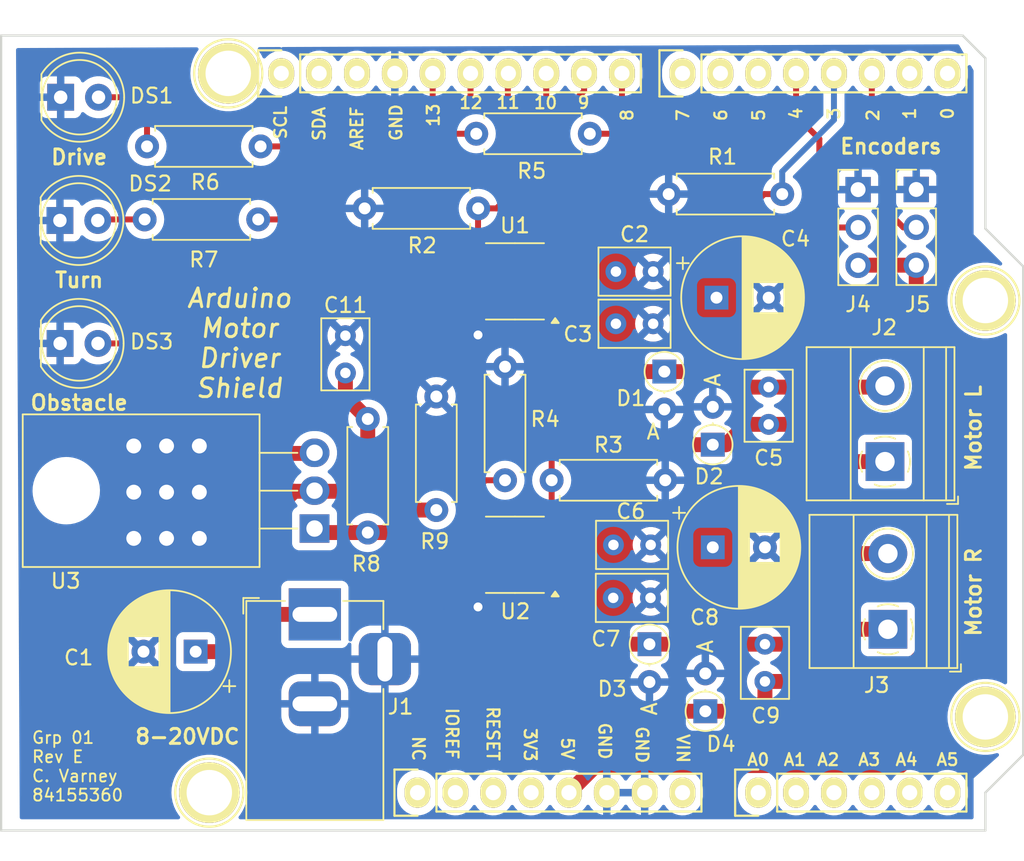
<source format=kicad_pcb>
(kicad_pcb (version 20221018) (generator pcbnew)
  (title_block (title "Arduino Dual Motor Driver Shield") (date "2024-04-18") (rev "D") (company "Connor Varney - 84155360"))
  (layers (0 "F.Cu" signal) (31 "B.Cu" signal) (34 "B.Paste" user) (35 "F.Paste" user) (36 "B.SilkS" user "B.Silkscreen") (37 "F.SilkS" user "F.Silkscreen") (38 "B.Mask" user) (39 "F.Mask" user) (44 "Edge.Cuts" user))
  (net 0 "")
  (net 1 "GND")
  (net 7 "/IOREF")
  (net 8 "/Reset")
  (net 9 "+3.3V")
  (net 10 "+5V")
  (net 11 "/Vin")
  (net 12 "VDD")
  (net 13 "MOTOR-L1")
  (net 14 "MOTOR-L2")
  (net 15 "MOTOR-R1")
  (net 16 "/AREF")
  (net 17 "MOTOR-R2")
  (net 18 "/A5")
  (net 19 "/SCL")
  (net 20 "/SDA")
  (net 21 "/1")
  (net 22 "D11")
  (net 23 "D10")
  (net 24 "D9")
  (net 25 "D3")
  (net 26 "D8")
  (net 27 "/A0")
  (net 28 "/A1")
  (net 29 "/A2")
  (net 30 "/A3")
  (net 31 "/A4")
  (net 32 "Net-(DS1-A)")
  (net 33 "Net-(DS2-A)")
  (net 34 "Net-(DS3-A)")
  (net 35 "D13")
  (net 36 "D12")
  (net 37 "/7")
  (net 38 "D4")
  (net 39 "PWR_IN")
  (net 40 "/5")
  (net 41 "/0")
  (net 42 "D2")
  (net 43 "/6")
  (net 44 "Net-(U3-ADJ)")
  (footprint "Socket_Arduino_Uno:Socket_Strip_Arduino_1x08" (layer "F.Cu") (at 138.938 123.825)
    (fp_text reference "P1" hide)
    (fp_text value "Power")
    (pad "1" thru_hole oval locked (at 0 0) (size 1.7272 2.032) (drill 1.016) (layers "*.Cu" "*.Mask" "F.SilkS"))
    (pad "2" thru_hole oval locked (at 2.54 0) (size 1.7272 2.032) (drill 1.016) (layers "*.Cu" "*.Mask" "F.SilkS") (net 7 "/IOREF"))
    (pad "3" thru_hole oval locked (at 5.08 0) (size 1.7272 2.032) (drill 1.016) (layers "*.Cu" "*.Mask" "F.SilkS") (net 8 "/Reset"))
    (pad "4" thru_hole oval locked (at 7.62 0) (size 1.7272 2.032) (drill 1.016) (layers "*.Cu" "*.Mask" "F.SilkS") (net 9 "+3.3V"))
    (pad "5" thru_hole oval locked (at 10.16 0) (size 1.7272 2.032) (drill 1.016) (layers "*.Cu" "*.Mask" "F.SilkS") (net 10 "+5V"))
    (pad "6" thru_hole oval locked (at 12.7 0) (size 1.7272 2.032) (drill 1.016) (layers "*.Cu" "*.Mask" "F.SilkS") (net 1 "GND"))
    (pad "7" thru_hole oval locked (at 15.24 0) (size 1.7272 2.032) (drill 1.016) (layers "*.Cu" "*.Mask" "F.SilkS") (net 1 "GND"))
    (pad "8" thru_hole oval locked (at 17.78 0) (size 1.7272 2.032) (drill 1.016) (layers "*.Cu" "*.Mask" "F.SilkS") (net 11 "/Vin"))
  )
  (footprint "Socket_Arduino_Uno:Socket_Strip_Arduino_1x08" (layer "F.Cu") (at 156.718 75.565)
    (fp_text reference "P4" hide)
    (fp_text value "Digital")
    (pad "1" thru_hole oval locked (at 0 0) (size 1.7272 2.032) (drill 1.016) (layers "*.Cu" "*.Mask" "F.SilkS") (net 37 "/7"))
    (pad "2" thru_hole oval locked (at 2.54 0) (size 1.7272 2.032) (drill 1.016) (layers "*.Cu" "*.Mask" "F.SilkS") (net 43 "/6"))
    (pad "3" thru_hole oval locked (at 5.08 0) (size 1.7272 2.032) (drill 1.016) (layers "*.Cu" "*.Mask" "F.SilkS") (net 40 "/5"))
    (pad "4" thru_hole oval locked (at 7.62 0) (size 1.7272 2.032) (drill 1.016) (layers "*.Cu" "*.Mask" "F.SilkS") (net 38 "D4"))
    (pad "5" thru_hole oval locked (at 10.16 0) (size 1.7272 2.032) (drill 1.016) (layers "*.Cu" "*.Mask" "F.SilkS") (net 25 "D3"))
    (pad "6" thru_hole oval locked (at 12.7 0) (size 1.7272 2.032) (drill 1.016) (layers "*.Cu" "*.Mask" "F.SilkS") (net 42 "D2"))
    (pad "7" thru_hole oval locked (at 15.24 0) (size 1.7272 2.032) (drill 1.016) (layers "*.Cu" "*.Mask" "F.SilkS") (net 21 "/1"))
    (pad "8" thru_hole oval locked (at 17.78 0) (size 1.7272 2.032) (drill 1.016) (layers "*.Cu" "*.Mask" "F.SilkS") (net 41 "/0"))
  )
  (footprint "Socket_Arduino_Uno:Mounting_Hole" (layer "F.Cu") (at 124.968 123.825)
    (fp_text reference "P5" hide)
    (fp_text value "CONN_01X01" hide)
    (pad "1" thru_hole circle locked (at 0 0) (size 4.064 4.064) (drill 3.048) (layers "*.Cu" "*.Mask" "F.SilkS"))
  )
  (footprint "Socket_Arduino_Uno:Mounting_Hole" (layer "F.Cu") (at 177.038 118.745)
    (fp_text reference "P6" hide)
    (fp_text value "CONN_01X01" hide)
    (pad "1" thru_hole circle locked (at 0 0) (size 4.064 4.064) (drill 3.048) (layers "*.Cu" "*.Mask" "F.SilkS"))
  )
  (footprint "Socket_Arduino_Uno:Mounting_Hole" (layer "F.Cu") (at 126.238 75.565)
    (fp_text reference "P7" hide)
    (fp_text value "CONN_01X01" hide)
    (pad "1" thru_hole circle locked (at 0 0) (size 4.064 4.064) (drill 3.048) (layers "*.Cu" "*.Mask" "F.SilkS"))
  )
  (footprint "Socket_Arduino_Uno:Mounting_Hole" (layer "F.Cu") (at 177.038 90.805)
    (fp_text reference "P8" hide)
    (fp_text value "CONN_01X01" hide)
    (pad "1" thru_hole circle locked (at 0 0) (size 4.064 4.064) (drill 3.048) (layers "*.Cu" "*.Mask" "F.SilkS"))
  )
  (footprint "Socket_Arduino_Uno:Socket_Strip_Arduino_1x06" (layer "F.Cu") (at 161.798 123.825)
    (fp_text reference "P2" hide)
    (fp_text value "Analog")
    (pad "1" thru_hole oval locked (at 0 0) (size 1.7272 2.032) (drill 1.016) (layers "*.Cu" "*.Mask" "F.SilkS") (net 27 "/A0"))
    (pad "2" thru_hole oval locked (at 2.54 0) (size 1.7272 2.032) (drill 1.016) (layers "*.Cu" "*.Mask" "F.SilkS") (net 28 "/A1"))
    (pad "3" thru_hole oval locked (at 5.08 0) (size 1.7272 2.032) (drill 1.016) (layers "*.Cu" "*.Mask" "F.SilkS") (net 29 "/A2"))
    (pad "4" thru_hole oval locked (at 7.62 0) (size 1.7272 2.032) (drill 1.016) (layers "*.Cu" "*.Mask" "F.SilkS") (net 30 "/A3"))
    (pad "5" thru_hole oval locked (at 10.16 0) (size 1.7272 2.032) (drill 1.016) (layers "*.Cu" "*.Mask" "F.SilkS") (net 31 "/A4"))
    (pad "6" thru_hole oval locked (at 12.7 0) (size 1.7272 2.032) (drill 1.016) (layers "*.Cu" "*.Mask" "F.SilkS") (net 18 "/A5"))
  )
  (footprint "Socket_Arduino_Uno:Socket_Strip_Arduino_1x10" (layer "F.Cu") (at 129.794 75.565)
    (fp_text reference "P3" hide)
    (fp_text value "Digital")
    (pad "1" thru_hole oval locked (at 0 0) (size 1.7272 2.032) (drill 1.016) (layers "*.Cu" "*.Mask" "F.SilkS") (net 19 "/SCL"))
    (pad "2" thru_hole oval locked (at 2.54 0) (size 1.7272 2.032) (drill 1.016) (layers "*.Cu" "*.Mask" "F.SilkS") (net 20 "/SDA"))
    (pad "3" thru_hole oval locked (at 5.08 0) (size 1.7272 2.032) (drill 1.016) (layers "*.Cu" "*.Mask" "F.SilkS") (net 16 "/AREF"))
    (pad "4" thru_hole oval locked (at 7.62 0) (size 1.7272 2.032) (drill 1.016) (layers "*.Cu" "*.Mask" "F.SilkS") (net 1 "GND"))
    (pad "5" thru_hole oval locked (at 10.16 0) (size 1.7272 2.032) (drill 1.016) (layers "*.Cu" "*.Mask" "F.SilkS") (net 35 "D13"))
    (pad "6" thru_hole oval locked (at 12.7 0) (size 1.7272 2.032) (drill 1.016) (layers "*.Cu" "*.Mask" "F.SilkS") (net 36 "D12"))
    (pad "7" thru_hole oval locked (at 15.24 0) (size 1.7272 2.032) (drill 1.016) (layers "*.Cu" "*.Mask" "F.SilkS") (net 22 "D11"))
    (pad "8" thru_hole oval locked (at 17.78 0) (size 1.7272 2.032) (drill 1.016) (layers "*.Cu" "*.Mask" "F.SilkS") (net 23 "D10"))
    (pad "9" thru_hole oval locked (at 20.32 0) (size 1.7272 2.032) (drill 1.016) (layers "*.Cu" "*.Mask" "F.SilkS") (net 24 "D9"))
    (pad "10" thru_hole oval locked (at 22.86 0) (size 1.7272 2.032) (drill 1.016) (layers "*.Cu" "*.Mask" "F.SilkS") (net 26 "D8"))
  )
  (footprint "Capacitor_THT:C_Rect_L4.6mm_W3.0mm_P2.50mm_MKS02_FKP02" (layer "F.Cu") (at 152.248 92.365)
    (fp_text reference "C3" (at -2.55 0.7) (layer "F.SilkS"))
    (fp_text value "100n" hide)
    (pad "1" thru_hole circle (at 0 0) (size 1.4 1.4) (drill 0.7) (layers "*.Cu" "*.Mask") (net 12 "VDD"))
    (pad "2" thru_hole circle (at 2.5 0) (size 1.4 1.4) (drill 0.7) (layers "*.Cu" "*.Mask") (net 1 "GND"))
  )
  (footprint "Capacitor_THT:CP_Radial_D8.0mm_P3.50mm" (layer "F.Cu") (at 158.998 90.615)
    (fp_text reference "C4" (at 5.3 -3.95) (layer "F.SilkS"))
    (fp_text value "10u" hide)
    (pad "1" thru_hole rect (at 0 0) (size 1.6 1.6) (drill 0.8) (layers "*.Cu" "*.Mask") (net 12 "VDD"))
    (pad "2" thru_hole circle (at 3.5 0) (size 1.6 1.6) (drill 0.8) (layers "*.Cu" "*.Mask") (net 1 "GND"))
  )
  (footprint "Connector_BarrelJack:BarrelJack_Horizontal" (layer "F.Cu") (at 132.048 111.865 90)
    (fp_text reference "J1" (at -6.2 5.75 180) (layer "F.SilkS"))
    (fp_text value "Barrel_Jack_Switch" hide)
    (pad "1" thru_hole rect (at 0 0 90) (size 3.5 3.5) (drill oval 1 3) (layers "*.Cu" "*.Mask") (net 39 "PWR_IN"))
    (pad "2" thru_hole roundrect (at -6 0 90) (size 3 3.5) (drill oval 1 3) (layers "*.Cu" "*.Mask") (net 1 "GND"))
    (pad "3" thru_hole roundrect (at -3 4.7 90) (size 3.5 3.5) (drill oval 3 1) (layers "*.Cu" "*.Mask") (net 1 "GND"))
  )
  (footprint "Resistor_THT:R_Axial_DIN0207_L6.3mm_D2.5mm_P7.62mm_Horizontal" (layer "F.Cu") (at 163.408 83.665 180)
    (fp_text reference "R1" hide)
    (fp_text value "10K" hide)
    (pad "1" thru_hole circle (at 0 0 180) (size 1.6 1.6) (drill 0.8) (layers "*.Cu" "*.Mask") (net 25 "D3"))
    (pad "2" thru_hole oval (at 7.62 0 180) (size 1.6 1.6) (drill 0.8) (layers "*.Cu" "*.Mask") (net 1 "GND"))
  )
  (footprint "Capacitor_THT:C_Rect_L4.6mm_W3.0mm_P2.50mm_MKS02_FKP02" (layer "F.Cu") (at 152.083385 107.202992)
    (fp_text reference "C6" (at 1.166867 -2.25) (layer "F.SilkS"))
    (fp_text value "100n" hide)
    (pad "1" thru_hole circle (at 0 0) (size 1.4 1.4) (drill 0.7) (layers "*.Cu" "*.Mask") (net 12 "VDD"))
    (pad "2" thru_hole circle (at 2.5 0) (size 1.4 1.4) (drill 0.7) (layers "*.Cu" "*.Mask") (net 1 "GND"))
  )
  (footprint "Resistor_THT:R_Axial_DIN0207_L6.3mm_D2.5mm_P7.62mm_Horizontal" (layer "F.Cu") (at 140.198 97.245 -90)
    (fp_text reference "R9" (at 9.72 0.1 -180) (layer "F.SilkS"))
    (fp_text value "820" hide)
    (pad "1" thru_hole circle (at 0 0 270) (size 1.6 1.6) (drill 0.8) (layers "*.Cu" "*.Mask") (net 1 "GND"))
    (pad "2" thru_hole oval (at 7.62 0 270) (size 1.6 1.6) (drill 0.8) (layers "*.Cu" "*.Mask") (net 44 "Net-(U3-ADJ)"))
  )
  (footprint "Diode_THT:D_DO-35_SOD27_P2.54mm_Vertical_AnodeUp" (layer "F.Cu") (at 158.248 118.365 90)
    (fp_text reference "D4" (at -2.2 1.05 180) (layer "F.SilkS"))
    (fp_text value "SR240" hide)
    (fp_text user "A" (at 4.34 0 90) (layer "F.SilkS"))
    (pad "1" thru_hole rect (at 0 0 90) (size 1.6 1.6) (drill 0.8) (layers "*.Cu" "*.Mask") (net 17 "MOTOR-R2"))
    (pad "2" thru_hole oval (at 2.54 0 90) (size 1.6 1.6) (drill 0.8) (layers "*.Cu" "*.Mask") (net 1 "GND"))
  )
  (footprint "Capacitor_THT:C_Rect_L4.6mm_W3.0mm_P2.50mm_MKS02_FKP02" (layer "F.Cu") (at 134.098 95.665 90)
    (fp_text reference "C11" (at 4.55 0 180) (layer "F.SilkS"))
    (fp_text value "100n" hide)
    (pad "1" thru_hole circle (at 0 0 90) (size 1.4 1.4) (drill 0.7) (layers "*.Cu" "*.Mask") (net 12 "VDD"))
    (pad "2" thru_hole circle (at 2.5 0 90) (size 1.4 1.4) (drill 0.7) (layers "*.Cu" "*.Mask") (net 1 "GND"))
  )
  (footprint "Resistor_THT:R_Axial_DIN0207_L6.3mm_D2.5mm_P7.62mm_Horizontal" (layer "F.Cu") (at 135.598 106.375 90)
    (fp_text reference "R8" (at -2.1 -0.1 180) (layer "F.SilkS"))
    (fp_text value "270" hide)
    (pad "1" thru_hole circle (at 0 0 90) (size 1.6 1.6) (drill 0.8) (layers "*.Cu" "*.Mask") (net 44 "Net-(U3-ADJ)"))
    (pad "2" thru_hole oval (at 7.62 0 90) (size 1.6 1.6) (drill 0.8) (layers "*.Cu" "*.Mask") (net 12 "VDD"))
  )
  (footprint "Capacitor_THT:C_Rect_L4.6mm_W3.0mm_P2.50mm_MKS02_FKP02" (layer "F.Cu") (at 152.069306 110.758764)
    (fp_text reference "C7" (at -0.5 2.75 180) (layer "F.SilkS"))
    (fp_text value "100n" hide)
    (pad "1" thru_hole circle (at 0 0) (size 1.4 1.4) (drill 0.7) (layers "*.Cu" "*.Mask") (net 12 "VDD"))
    (pad "2" thru_hole circle (at 2.5 0) (size 1.4 1.4) (drill 0.7) (layers "*.Cu" "*.Mask") (net 1 "GND"))
  )
  (footprint "TerminalBlock_Phoenix:TerminalBlock_Phoenix_MKDS-1,5-2-5.08_1x02_P5.08mm_Horizontal" (layer "F.Cu") (at 170.498 112.865 90)
    (fp_text reference "J3" (at -3.75 -0.75 180) (layer "F.SilkS"))
    (fp_text value "MOTOR-R" hide)
    (pad "1" thru_hole rect (at 0 0 90) (size 2.6 2.6) (drill 1.3) (layers "*.Cu" "*.Mask") (net 17 "MOTOR-R2"))
    (pad "2" thru_hole circle (at 5.08 0 90) (size 2.6 2.6) (drill 1.3) (layers "*.Cu" "*.Mask") (net 15 "MOTOR-R1"))
  )
  (footprint "Capacitor_THT:C_Rect_L4.6mm_W3.0mm_P2.50mm_MKS02_FKP02" (layer "F.Cu") (at 162.248 113.865 -90)
    (fp_text reference "C9" (at 4.8 -0.05 -180) (layer "F.SilkS"))
    (fp_text value "100n" hide)
    (pad "1" thru_hole circle (at 0 0 270) (size 1.4 1.4) (drill 0.7) (layers "*.Cu" "*.Mask") (net 15 "MOTOR-R1"))
    (pad "2" thru_hole circle (at 2.5 0 270) (size 1.4 1.4) (drill 0.7) (layers "*.Cu" "*.Mask") (net 17 "MOTOR-R2"))
  )
  (footprint "Connector_PinHeader_2.54mm:PinHeader_1x03_P2.54mm_Vertical" (layer "F.Cu") (at 172.398 83.355)
    (fp_text reference "J5" (at 0.1 7.71 180) (layer "F.SilkS"))
    (fp_text value "ENCODER-L" hide)
    (pad "1" thru_hole rect (at 0 0) (size 1.7 1.7) (drill 1) (layers "*.Cu" "*.Mask") (net 1 "GND"))
    (pad "2" thru_hole oval (at 0 2.54) (size 1.7 1.7) (drill 1) (layers "*.Cu" "*.Mask") (net 42 "D2"))
    (pad "3" thru_hole oval (at 0 5.08) (size 1.7 1.7) (drill 1) (layers "*.Cu" "*.Mask") (net 10 "+5V"))
  )
  (footprint "Connector_PinHeader_2.54mm:PinHeader_1x03_P2.54mm_Vertical" (layer "F.Cu") (at 168.498 83.365)
    (fp_text reference "J4" (at 0 7.7 180) (layer "F.SilkS"))
    (fp_text value "ENCODER-R" hide)
    (pad "1" thru_hole rect (at 0 0) (size 1.7 1.7) (drill 1) (layers "*.Cu" "*.Mask") (net 1 "GND"))
    (pad "2" thru_hole oval (at 0 2.54) (size 1.7 1.7) (drill 1) (layers "*.Cu" "*.Mask") (net 38 "D4"))
    (pad "3" thru_hole oval (at 0 5.08) (size 1.7 1.7) (drill 1) (layers "*.Cu" "*.Mask") (net 10 "+5V"))
  )
  (footprint "LED_THT:LED_D5.0mm" (layer "F.Cu") (at 114.943 85.435)
    (fp_text reference "DS2" (at 6.055 -2.47) (layer "F.SilkS"))
    (fp_text value "LED_TURN" hide)
    (pad "1" thru_hole rect (at 0 0) (size 1.8 1.8) (drill 0.9) (layers "*.Cu" "*.Mask") (net 1 "GND"))
    (pad "2" thru_hole circle (at 2.54 0) (size 1.8 1.8) (drill 0.9) (layers "*.Cu" "*.Mask") (net 33 "Net-(DS2-A)"))
  )
  (footprint "Capacitor_THT:C_Rect_L4.6mm_W3.0mm_P2.50mm_MKS02_FKP02" (layer "F.Cu") (at 152.248 88.865)
    (fp_text reference "C2" (at 1.25 -2.5) (layer "F.SilkS"))
    (fp_text value "100n" hide)
    (pad "1" thru_hole circle (at 0 0) (size 1.4 1.4) (drill 0.7) (layers "*.Cu" "*.Mask") (net 12 "VDD"))
    (pad "2" thru_hole circle (at 2.5 0) (size 1.4 1.4) (drill 0.7) (layers "*.Cu" "*.Mask") (net 1 "GND"))
  )
  (footprint "TerminalBlock_Phoenix:TerminalBlock_Phoenix_MKDS-1,5-2-5.08_1x02_P5.08mm_Horizontal" (layer "F.Cu") (at 170.303 101.615 90)
    (fp_text reference "J2" (at 9 -0.055 180) (layer "F.SilkS"))
    (fp_text value "MOTOR-L" hide)
    (pad "1" thru_hole rect (at 0 0 90) (size 2.6 2.6) (drill 1.3) (layers "*.Cu" "*.Mask") (net 14 "MOTOR-L2"))
    (pad "2" thru_hole circle (at 5.08 0 90) (size 2.6 2.6) (drill 1.3) (layers "*.Cu" "*.Mask") (net 13 "MOTOR-L1"))
  )
  (footprint "Resistor_THT:R_Axial_DIN0207_L6.3mm_D2.5mm_P7.62mm_Horizontal" (layer "F.Cu") (at 144.808 102.865 90)
    (fp_text reference "R4" (at 4.1 2.69 180) (layer "F.SilkS"))
    (fp_text value "10K" hide)
    (pad "1" thru_hole circle (at 0 0 90) (size 1.6 1.6) (drill 0.8) (layers "*.Cu" "*.Mask") (net 22 "D11"))
    (pad "2" thru_hole oval (at 7.62 0 90) (size 1.6 1.6) (drill 0.8) (layers "*.Cu" "*.Mask") (net 1 "GND"))
  )
  (footprint "Resistor_THT:R_Axial_DIN0207_L6.3mm_D2.5mm_P7.62mm_Horizontal" (layer "F.Cu") (at 128.248 85.365 180)
    (fp_text reference "R7" (at 3.65 -2.7) (layer "F.SilkS"))
    (fp_text value "330" hide)
    (pad "1" thru_hole circle (at 0 0 180) (size 1.6 1.6) (drill 0.8) (layers "*.Cu" "*.Mask") (net 36 "D12"))
    (pad "2" thru_hole oval (at 7.62 0 180) (size 1.6 1.6) (drill 0.8) (layers "*.Cu" "*.Mask") (net 33 "Net-(DS2-A)"))
  )
  (footprint "LED_THT:LED_D5.0mm" (layer "F.Cu") (at 114.958 93.685)
    (fp_text reference "DS3" (at 6.14 -0.12) (layer "F.SilkS"))
    (fp_text value "LED_OBSTACLE" hide)
    (pad "1" thru_hole rect (at 0 0) (size 1.8 1.8) (drill 0.9) (layers "*.Cu" "*.Mask") (net 1 "GND"))
    (pad "2" thru_hole circle (at 2.54 0) (size 1.8 1.8) (drill 0.9) (layers "*.Cu" "*.Mask") (net 34 "Net-(DS3-A)"))
  )
  (footprint "Package_SO:SOIC-8_3.9x4.9mm_P1.27mm" (layer "F.Cu") (at 145.473 107.865 180)
    (fp_text reference "U2" (at -0.025 -3.8) (layer "F.SilkS"))
    (fp_text value "ZXBM5210-S" hide)
    (pad "1" smd roundrect (at -2.475 -1.905 180) (size 1.95 0.6) (layers "F.Cu" "F.Paste" "F.Mask") (net 15 "MOTOR-R1"))
    (pad "2" smd roundrect (at -2.475 -0.635 180) (size 1.95 0.6) (layers "F.Cu" "F.Paste" "F.Mask") (net 12 "VDD"))
    (pad "3" smd roundrect (at -2.475 0.635 180) (size 1.95 0.6) (layers "F.Cu" "F.Paste" "F.Mask") (net 12 "VDD"))
    (pad "4" smd roundrect (at -2.475 1.905 180) (size 1.95 0.6) (layers "F.Cu" "F.Paste" "F.Mask") (net 23 "D10"))
    (pad "5" smd roundrect (at 2.475 1.905 180) (size 1.95 0.6) (layers "F.Cu" "F.Paste" "F.Mask") (net 22 "D11"))
    (pad "6" smd roundrect (at 2.475 0.635 180) (size 1.95 0.6) (layers "F.Cu" "F.Paste" "F.Mask") (net 12 "VDD"))
    (pad "7" smd roundrect (at 2.475 -0.635 180) (size 1.95 0.6) (layers "F.Cu" "F.Paste" "F.Mask") (net 17 "MOTOR-R2"))
    (pad "8" smd roundrect (at 2.475 -1.905 180) (size 1.95 0.6) (layers "F.Cu" "F.Paste" "F.Mask") (net 1 "GND"))
  )
  (footprint "Package_SO:SOIC-8_3.9x4.9mm_P1.27mm" (layer "F.Cu") (at 145.473 89.52 180)
    (fp_text reference "U1" (at 0 3.747) (layer "F.SilkS"))
    (fp_text value "ZXBM5210-S" hide)
    (pad "1" smd roundrect (at -2.475 -1.905 180) (size 1.95 0.6) (layers "F.Cu" "F.Paste" "F.Mask") (net 13 "MOTOR-L1"))
    (pad "2" smd roundrect (at -2.475 -0.635 180) (size 1.95 0.6) (layers "F.Cu" "F.Paste" "F.Mask") (net 12 "VDD"))
    (pad "3" smd roundrect (at -2.475 0.635 180) (size 1.95 0.6) (layers "F.Cu" "F.Paste" "F.Mask") (net 12 "VDD"))
    (pad "4" smd roundrect (at -2.475 1.905 180) (size 1.95 0.6) (layers "F.Cu" "F.Paste" "F.Mask") (net 25 "D3"))
    (pad "5" smd roundrect (at 2.475 1.905 180) (size 1.95 0.6) (layers "F.Cu" "F.Paste" "F.Mask") (net 24 "D9"))
    (pad "6" smd roundrect (at 2.475 0.635 180) (size 1.95 0.6) (layers "F.Cu" "F.Paste" "F.Mask") (net 12 "VDD"))
    (pad "7" smd roundrect (at 2.475 -0.635 180) (size 1.95 0.6) (layers "F.Cu" "F.Paste" "F.Mask") (net 14 "MOTOR-L2"))
    (pad "8" smd roundrect (at 2.475 -1.905 180) (size 1.95 0.6) (layers "F.Cu" "F.Paste" "F.Mask") (net 1 "GND"))
  )
  (footprint "Diode_THT:D_DO-35_SOD27_P2.54mm_Vertical_AnodeUp" (layer "F.Cu") (at 155.498 95.575 -90)
    (fp_text reference "D1" (at 1.79 2.25 -180) (layer "F.SilkS"))
    (fp_text value "SR240" hide)
    (fp_text user "A" (at 4.04 0.75 -180) (layer "F.SilkS"))
    (pad "1" thru_hole rect (at 0 0 270) (size 1.6 1.6) (drill 0.8) (layers "*.Cu" "*.Mask") (net 13 "MOTOR-L1"))
    (pad "2" thru_hole oval (at 2.54 0 270) (size 1.6 1.6) (drill 0.8) (layers "*.Cu" "*.Mask") (net 1 "GND"))
  )
  (footprint "Package_TO_SOT_THT:TO-220-3_Horizontal_TabDown" (layer "F.Cu") (at 132.028 106.105 90)
    (fp_text reference "U3" (at -3.52 -16.7 180) (layer "F.SilkS"))
    (fp_text value "LM338T" hide)
    (pad "" np_thru_hole oval (at 2.54 -16.66 90) (size 3.5 3.5) (drill 3.5) (layers "*.Cu" "*.Mask"))
    (pad "1" thru_hole rect (at 0 0 90) (size 1.905 2) (drill 1.1) (layers "*.Cu" "*.Mask") (net 44 "Net-(U3-ADJ)"))
    (pad "2" thru_hole oval (at 2.54 0 90) (size 1.905 2) (drill 1.1) (layers "*.Cu" "*.Mask") (net 12 "VDD"))
    (pad "3" thru_hole oval (at 5.08 0 90) (size 1.905 2) (drill 1.1) (layers "*.Cu" "*.Mask") (net 39 "PWR_IN"))
  )
  (footprint "Resistor_THT:R_Axial_DIN0207_L6.3mm_D2.5mm_P7.62mm_Horizontal" (layer "F.Cu") (at 147.938 102.865)
    (fp_text reference "R3" (at 3.81 -2.37) (layer "F.SilkS"))
    (fp_text value "10K" hide)
    (pad "1" thru_hole circle (at 0 0) (size 1.6 1.6) (drill 0.8) (layers "*.Cu" "*.Mask") (net 23 "D10"))
    (pad "2" thru_hole oval (at 7.62 0) (size 1.6 1.6) (drill 0.8) (layers "*.Cu" "*.Mask") (net 1 "GND"))
  )
  (footprint "Capacitor_THT:CP_Radial_D8.0mm_P3.50mm" (layer "F.Cu") (at 158.748 107.365)
    (fp_text reference "C8" (at -0.55 4.7) (layer "F.SilkS"))
    (fp_text value "10u" hide)
    (pad "1" thru_hole rect (at 0 0) (size 1.6 1.6) (drill 0.8) (layers "*.Cu" "*.Mask") (net 12 "VDD"))
    (pad "2" thru_hole circle (at 3.5 0) (size 1.6 1.6) (drill 0.8) (layers "*.Cu" "*.Mask") (net 1 "GND"))
  )
  (footprint "Diode_THT:D_DO-35_SOD27_P2.54mm_Vertical_AnodeUp" (layer "F.Cu") (at 154.498 113.865 -90)
    (fp_text reference "D3" (at 3 2.5 -180) (layer "F.SilkS"))
    (fp_text value "SR240" hide)
    (fp_text user "A" (at 4.34 0 90) (layer "F.SilkS"))
    (pad "1" thru_hole rect (at 0 0 270) (size 1.6 1.6) (drill 0.8) (layers "*.Cu" "*.Mask") (net 15 "MOTOR-R1"))
    (pad "2" thru_hole oval (at 2.54 0 270) (size 1.6 1.6) (drill 0.8) (layers "*.Cu" "*.Mask") (net 1 "GND"))
  )
  (footprint "Resistor_THT:R_Axial_DIN0207_L6.3mm_D2.5mm_P7.62mm_Horizontal" (layer "F.Cu") (at 143.009516 84.624217 180)
    (fp_text reference "R2" (at 3.761516 -2.490783) (layer "F.SilkS"))
    (fp_text value "10K" hide)
    (pad "1" thru_hole circle (at 0 0 180) (size 1.6 1.6) (drill 0.8) (layers "*.Cu" "*.Mask") (net 24 "D9"))
    (pad "2" thru_hole oval (at 7.62 0 180) (size 1.6 1.6) (drill 0.8) (layers "*.Cu" "*.Mask") (net 1 "GND"))
  )
  (footprint "Capacitor_THT:C_Rect_L4.6mm_W3.0mm_P2.50mm_MKS02_FKP02" (layer "F.Cu") (at 162.498 96.615 -90)
    (fp_text reference "C5" (at 4.75 0 -180) (layer "F.SilkS"))
    (fp_text value "100n" hide)
    (pad "1" thru_hole circle (at 0 0 270) (size 1.4 1.4) (drill 0.7) (layers "*.Cu" "*.Mask") (net 13 "MOTOR-L1"))
    (pad "2" thru_hole circle (at 2.5 0 270) (size 1.4 1.4) (drill 0.7) (layers "*.Cu" "*.Mask") (net 14 "MOTOR-L2"))
  )
  (footprint "Capacitor_THT:CP_Radial_D8.0mm_P3.50mm" (layer "F.Cu") (at 124.050651 114.365 180)
    (fp_text reference "C1" (at 7.852651 -0.4 180) (layer "F.SilkS"))
    (fp_text value "100u" hide)
    (pad "1" thru_hole rect (at 0 0 180) (size 1.6 1.6) (drill 0.8) (layers "*.Cu" "*.Mask") (net 39 "PWR_IN"))
    (pad "2" thru_hole circle (at 3.5 0 180) (size 1.6 1.6) (drill 0.8) (layers "*.Cu" "*.Mask") (net 1 "GND"))
  )
  (footprint "Resistor_THT:R_Axial_DIN0207_L6.3mm_D2.5mm_P7.62mm_Horizontal" (layer "F.Cu") (at 128.408 80.465 180)
    (fp_text reference "R6" (at 3.71 -2.4) (layer "F.SilkS"))
    (fp_text value "330" hide)
    (pad "1" thru_hole circle (at 0 0 180) (size 1.6 1.6) (drill 0.8) (layers "*.Cu" "*.Mask") (net 35 "D13"))
    (pad "2" thru_hole oval (at 7.62 0 180) (size 1.6 1.6) (drill 0.8) (layers "*.Cu" "*.Mask") (net 32 "Net-(DS1-A)"))
  )
  (footprint "Diode_THT:D_DO-35_SOD27_P2.54mm_Vertical_AnodeUp" (layer "F.Cu") (at 158.748 100.479315 90)
    (fp_text reference "D2" (at -2.135685 -0.25 180) (layer "F.SilkS"))
    (fp_text value "SR240" hide)
    (fp_text user "A" (at 4.34 0 90) (layer "F.SilkS"))
    (pad "1" thru_hole rect (at 0 0 90) (size 1.6 1.6) (drill 0.8) (layers "*.Cu" "*.Mask") (net 14 "MOTOR-L2"))
    (pad "2" thru_hole oval (at 2.54 0 90) (size 1.6 1.6) (drill 0.8) (layers "*.Cu" "*.Mask") (net 1 "GND"))
  )
  (footprint "Resistor_THT:R_Axial_DIN0207_L6.3mm_D2.5mm_P7.62mm_Horizontal" (layer "F.Cu") (at 150.498 79.615 180)
    (fp_text reference "R5" (at 3.9 -2.5) (layer "F.SilkS"))
    (fp_text value "330" hide)
    (pad "1" thru_hole circle (at 0 0 180) (size 1.6 1.6) (drill 0.8) (layers "*.Cu" "*.Mask") (net 26 "D8"))
    (pad "2" thru_hole oval (at 7.62 0 180) (size 1.6 1.6) (drill 0.8) (layers "*.Cu" "*.Mask") (net 34 "Net-(DS3-A)"))
  )
  (footprint "LED_THT:LED_D5.0mm" (layer "F.Cu") (at 114.993163 77.166109)
    (fp_text reference "DS1" (at 6.104837 -0.101109) (layer "F.SilkS"))
    (fp_text value "LED_DRIVE" hide)
    (pad "1" thru_hole rect (at 0 0) (size 1.8 1.8) (drill 0.9) (layers "*.Cu" "*.Mask") (net 1 "GND"))
    (pad "2" thru_hole circle (at 2.54 0) (size 1.8 1.8) (drill 0.9) (layers "*.Cu" "*.Mask") (net 32 "Net-(DS1-A)"))
  )
  (gr_line locked (start 179.578 121.285) (end 179.578 88.519) (stroke (width 0.15)) (layer "Edge.Cuts"))
  (gr_line locked (start 110.998 73.025) (end 110.998 126.365) (stroke (width 0.15)) (layer "Edge.Cuts"))
  (gr_line locked (start 177.038 126.365) (end 177.038 123.825) (stroke (width 0.15)) (layer "Edge.Cuts"))
  (gr_line locked (start 175.514 73.025) (end 110.998 73.025) (stroke (width 0.15)) (layer "Edge.Cuts"))
  (gr_line locked (start 179.578 88.519) (end 177.038 85.979) (stroke (width 0.15)) (layer "Edge.Cuts"))
  (gr_line locked (start 177.038 85.979) (end 177.038 74.549) (stroke (width 0.15)) (layer "Edge.Cuts"))
  (gr_line locked (start 110.998 126.365) (end 177.038 126.365) (stroke (width 0.15)) (layer "Edge.Cuts"))
  (gr_line locked (start 177.038 123.825) (end 179.578 121.285) (stroke (width 0.15)) (layer "Edge.Cuts"))
  (gr_line locked (start 177.038 74.549) (end 175.514 73.025) (stroke (width 0.15)) (layer "Edge.Cuts"))
  (gr_text "Arduino\nMotor\nDriver\nShield" (at 126.998 93.665) (layer "F.SilkS") (effects (font (size 1.25 1.25) (thickness 0.2) bold italic)))
  (gr_text "11" (at 145.014489 77.524156) (layer "F.SilkS") (effects (font (size 0.8 0.8))))
  (gr_text "IOREF" (at 141.248 119.865 270) (layer "F.SilkS") (effects (font (size 0.8 0.8))))
  (gr_text "Turn" (at 116.233 89.435) (layer "F.SilkS") (effects (font (size 1 1) (thickness 0.2) bold)))
  (gr_text "3" (at 166.878 78.255857 90) (layer "F.SilkS") (effects (font (size 0.8 0.8))))
  (gr_text "9" (at 150.079216 77.524156) (layer "F.SilkS") (effects (font (size 0.8 0.8))))
  (gr_text "Obstacle" (at 116.233 97.665) (layer "F.SilkS") (effects (font (size 1 1) (thickness 0.2) bold)))
  (gr_text "0" (at 174.498 78.255857 90) (layer "F.SilkS") (effects (font (size 0.8 0.8))))
  (gr_text "6" (at 159.288 78.365 90) (layer "F.SilkS") (effects (font (size 0.8 0.8))))
  (gr_text "A5" (at 174.498 121.615) (layer "F.SilkS") (effects (font (size 0.8 0.8))))
  (gr_text "Motor L" (at 176.248 99.365 90) (layer "F.SilkS") (effects (font (size 1 1) (thickness 0.2) bold)))
  (gr_text "10" (at 147.530619 77.540389) (layer "F.SilkS") (effects (font (size 0.8 0.8))))
  (gr_text "VIN" (at 156.748 120.865 270) (layer "F.SilkS") (effects (font (size 0.8 0.8))))
  (gr_text "AREF" (at 134.874 79.255857 90) (layer "F.SilkS") (effects (font (size 0.8 0.8))))
  (gr_text "Encoders" (at 170.698 80.465) (layer "F.SilkS") (effects (font (size 1 1) (thickness 0.2) bold)))
  (gr_text "RESET" (at 143.998 119.865 270) (layer "F.SilkS") (effects (font (size 0.8 0.8))))
  (gr_text "A1" (at 164.248 121.615) (layer "F.SilkS") (effects (font (size 0.8 0.8))))
  (gr_text "A0" (at 161.798 121.615) (layer "F.SilkS") (effects (font (size 0.8 0.8))))
  (gr_text "8" (at 152.998 78.365 90) (layer "F.SilkS") (effects (font (size 0.8 0.8))))
  (gr_text "1" (at 171.958 78.255857 90) (layer "F.SilkS") (effects (font (size 0.8 0.8))))
  (gr_text "2" (at 169.498 78.365 90) (layer "F.SilkS") (effects (font (size 0.8 0.8))))
  (gr_text "12" (at 142.524475 77.534328) (layer "F.SilkS") (effects (font (size 0.8 0.8))))
  (gr_text "GND" (at 137.498 78.865 90) (layer "F.SilkS") (effects (font (size 0.8 0.8))))
  (gr_text "A3" (at 169.248 121.615) (layer "F.SilkS") (effects (font (size 0.8 0.8))))
  (gr_text "A2" (at 166.498 121.615) (layer "F.SilkS") (effects (font (size 0.8 0.8))))
  (gr_text "NC" (at 138.998 120.865 270) (layer "F.SilkS") (effects (font (size 0.8 0.8))))
  (gr_text "A4" (at 171.748 121.615) (layer "F.SilkS") (effects (font (size 0.8 0.8))))
  (gr_text "SCL" (at 129.748 78.865 90) (layer "F.SilkS") (effects (font (size 0.8 0.8))))
  (gr_text "4" (at 164.338 78.255857 90) (layer "F.SilkS") (effects (font (size 0.8 0.8))))
  (gr_text "7" (at 156.748 78.365 90) (layer "F.SilkS") (effects (font (size 0.8 0.8))))
  (gr_text "Motor R" (at 176.248 110.365 90) (layer "F.SilkS") (effects (font (size 1 1) (thickness 0.2) bold)))
  (gr_text "Grp 01\nRev E\nC. Varney\n84155360" (at 112.998 124.465) (layer "F.SilkS") (effects (font (size 0.8 0.8) (thickness 0.125)) (justify left bottom)))
  (gr_text "R1" (at 159.398 81.165) (layer "F.SilkS") (effects (font (size 1 1))))
  (gr_text "Drive" (at 116.233 81.185) (layer "F.SilkS") (effects (font (size 1 1) (thickness 0.2) bold)))
  (gr_text "GND" (at 153.998 120.615 270) (layer "F.SilkS") (effects (font (size 0.8 0.8))))
  (gr_text "5V" (at 148.998 120.865 -90) (layer "F.SilkS") (effects (font (size 0.8 0.8))))
  (gr_text "GND" (at 151.498 120.365 270) (layer "F.SilkS") (effects (font (size 0.8 0.8))))
  (gr_text "SDA" (at 132.334 78.952286 90) (layer "F.SilkS") (effects (font (size 0.8 0.8))))
  (gr_text "3V3" (at 146.498 120.615 270) (layer "F.SilkS") (effects (font (size 0.8 0.8))))
  (gr_text "5" (at 161.828 78.365 90) (layer "F.SilkS") (effects (font (size 0.8 0.8))))
  (gr_text "8-20VDC" (at 123.498 120.065) (layer "F.SilkS") (effects (font (size 1 1) (thickness 0.2) bold)))
  (gr_text "13" (at 139.998 78.365 90) (layer "F.SilkS") (effects (font (size 0.8 0.8))))
  (segment (start 142.998 111.365) (end 142.998 109.8) (width 1) (layer "F.Cu") (net 1))
  (segment (start 142.998 93.115) (end 142.998 91.455) (width 1) (layer "F.Cu") (net 1))
  (via (at 119.898 103.665) (size 1.2) (drill 1) (layers "F.Cu" "B.Cu") (net 1))
  (via (at 142.998 111.365) (size 1) (drill 0.6) (layers "F.Cu" "B.Cu") (net 1))
  (via (at 119.898 106.765) (size 1.2) (drill 1) (layers "F.Cu" "B.Cu") (net 1))
  (via (at 119.898 100.565) (size 1.2) (drill 1) (layers "F.Cu" "B.Cu") (net 1))
  (via (at 122.098 106.765) (size 1.2) (drill 1) (layers "F.Cu" "B.Cu") (net 1))
  (via (at 124.298 100.565) (size 1.2) (drill 1) (layers "F.Cu" "B.Cu") (net 1))
  (via (at 122.098 100.565) (size 1.2) (drill 1) (layers "F.Cu" "B.Cu") (net 1))
  (via (at 142.998 93.115) (size 1) (drill 0.6) (layers "F.Cu" "B.Cu") (net 1))
  (via (at 124.298 103.665) (size 1.2) (drill 1) (layers "F.Cu" "B.Cu") (net 1))
  (via (at 124.298 106.765) (size 1.2) (drill 1) (layers "F.Cu" "B.Cu") (net 1))
  (via (at 122.098 103.665) (size 1.2) (drill 1) (layers "F.Cu" "B.Cu") (net 1))
  (segment (start 173.498 116.615) (end 176.498 113.615) (width 1) (layer "F.Cu") (net 10))
  (segment (start 173.498 119.865) (end 173.498 116.615) (width 1) (layer "F.Cu") (net 10))
  (segment (start 149.098 123.825) (end 150.914 122.009) (width 1) (layer "F.Cu") (net 10))
  (segment (start 168.508 88.435) (end 168.498 88.445) (width 1) (layer "F.Cu") (net 10))
  (segment (start 176.498 96.365) (end 172.398 92.265) (width 1) (layer "F.Cu") (net 10))
  (segment (start 172.398 92.265) (end 172.398 88.435) (width 1) (layer "F.Cu") (net 10))
  (segment (start 176.498 113.615) (end 176.498 96.365) (width 1) (layer "F.Cu") (net 10))
  (segment (start 172.398 88.435) (end 168.508 88.435) (width 1) (layer "F.Cu") (net 10))
  (segment (start 171.354 122.009) (end 173.498 119.865) (width 1) (layer "F.Cu") (net 10))
  (segment (start 150.914 122.009) (end 171.354 122.009) (width 1) (layer "F.Cu") (net 10))
  (segment (start 135.598 101.765) (end 135.598 98.755) (width 1) (layer "F.Cu") (net 12))
  (segment (start 174.498 106.365) (end 172.998 104.865) (width 1) (layer "F.Cu") (net 12))
  (segment (start 150.998 120.365) (end 145.498 114.865) (width 1) (layer "F.Cu") (net 12))
  (segment (start 170.248 120.365) (end 150.998 120.365) (width 1) (layer "F.Cu") (net 12))
  (segment (start 174.498 96.865) (end 170.150651 92.517651) (width 1) (layer "F.Cu") (net 12))
  (segment (start 174.498 112.865) (end 171.498 115.865) (width 1) (layer "F.Cu") (net 12))
  (segment (start 171.498 119.115) (end 170.248 120.365) (width 1) (layer "F.Cu") (net 12))
  (segment (start 134.098 97.255) (end 134.098 95.665) (width 1) (layer "F.Cu") (net 12))
  (segment (start 174.498 106.865) (end 174.498 106.365) (width 1) (layer "F.Cu") (net 12))
  (segment (start 141.498 114.865) (end 135.298 108.665) (width 1) (layer "F.Cu") (net 12))
  (segment (start 174.498 106.865) (end 174.498 112.865) (width 1) (layer "F.Cu") (net 12))
  (segment (start 145.498 114.865) (end 141.498 114.865) (width 1) (layer "F.Cu") (net 12))
  (segment (start 151.957315 107.23) (end 152.072315 107.115) (width 1) (layer "F.Cu") (net 12))
  (segment (start 159.998 104.865) (end 158.748 106.115) (width 1) (layer "F.Cu") (net 12))
  (segment (start 171.498 115.865) (end 171.498 119.115) (width 1) (layer "F.Cu") (net 12))
  (segment (start 135.598 98.755) (end 134.098 97.255) (width 1) (layer "F.Cu") (net 12))
  (segment (start 130.198 108.665) (end 129.198 107.665) (width 1) (layer "F.Cu") (net 12))
  (segment (start 135.298 108.665) (end 130.198 108.665) (width 1) (layer "F.Cu") (net 12))
  (segment (start 129.198 105.065) (end 130.658 103.605) (width 1) (layer "F.Cu") (net 12))
  (segment (start 131.998 103.605) (end 133.758 103.605) (width 1) (layer "F.Cu") (net 12))
  (segment (start 174.498 106.865) (end 174.498 96.865) (width 1) (layer "F.Cu") (net 12))
  (segment (start 129.198 107.665) (end 129.198 105.065) (width 1) (layer "F.Cu") (net 12))
  (segment (start 158.748 106.115) (end 158.748 107.365) (width 1) (layer "F.Cu") (net 12))
  (segment (start 160.498 92.517651) (end 158.998 91.017651) (width 1) (layer "F.Cu") (net 12))
  (segment (start 130.658 103.605) (end 131.998 103.605) (width 1) (layer "F.Cu") (net 12))
  (segment (start 158.998 91.017651) (end 158.998 90.615) (width 1) (layer "F.Cu") (net 12))
  (segment (start 172.998 104.865) (end 159.998 104.865) (width 1) (layer "F.Cu") (net 12))
  (segment (start 133.758 103.605) (end 135.598 101.765) (width 1) (layer "F.Cu") (net 12))
  (segment (start 170.150651 92.517651) (end 160.498 92.517651) (width 1) (layer "F.Cu") (net 12))
  (segment (start 155.498 95.575) (end 159.708 95.575) (width 1) (layer "F.Cu") (net 13))
  (segment (start 149.958 95.575) (end 155.498 95.575) (width 1) (layer "F.Cu") (net 13))
  (segment (start 160.748 96.615) (end 162.498 96.615) (width 1) (layer "F.Cu") (net 13))
  (segment (start 147.948 91.425) (end 147.948 93.565) (width 1) (layer "F.Cu") (net 13))
  (segment (start 170.223 96.615) (end 170.303 96.535) (width 1) (layer "F.Cu") (net 13))
  (segment (start 147.948 93.565) (end 149.958 95.575) (width 1) (layer "F.Cu") (net 13))
  (segment (start 159.708 95.575) (end 160.748 96.615) (width 1) (layer "F.Cu") (net 13))
  (segment (start 162.498 96.615) (end 170.223 96.615) (width 1) (layer "F.Cu") (net 13))
  (segment (start 158.748 100.479315) (end 153.362315 100.479315) (width 1) (layer "F.Cu") (net 14))
  (segment (start 159.633685 100.479315) (end 160.998 99.115) (width 1) (layer "F.Cu") (net 14))
  (segment (start 166.998 101.615) (end 170.303 101.615) (width 1) (layer "F.Cu") (net 14))
  (segment (start 153.362315 100.479315) (end 149.998 97.115) (width 1) (layer "F.Cu") (net 14))
  (segment (start 149.998 97.115) (end 143.848 97.115) (width 1) (layer "F.Cu") (net 14))
  (segment (start 160.998 99.115) (end 162.498 99.115) (width 1) (layer "F.Cu") (net 14))
  (segment (start 139.998 91.115) (end 140.958 90.155) (width 1) (layer "F.Cu") (net 14))
  (segment (start 140.958 90.155) (end 142.998 90.155) (width 1) (layer "F.Cu") (net 14))
  (segment (start 158.748 100.479315) (end 159.633685 100.479315) (width 1) (layer "F.Cu") (net 14))
  (segment (start 139.998 93.265) (end 139.998 91.115) (width 1) (layer "F.Cu") (net 14))
  (segment (start 162.498 99.115) (end 164.498 99.115) (width 1) (layer "F.Cu") (net 14))
  (segment (start 143.848 97.115) (end 139.998 93.265) (width 1) (layer "F.Cu") (net 14))
  (segment (start 164.498 99.115) (end 166.998 101.615) (width 1) (layer "F.Cu") (net 14))
  (segment (start 154.498 113.865) (end 162.248 113.865) (width 1) (layer "F.Cu") (net 15))
  (segment (start 154.498 113.865) (end 149.748 113.865) (width 1) (layer "F.Cu") (net 15))
  (segment (start 164.248 113.865) (end 165.248 112.865) (width 1) (layer "F.Cu") (net 15))
  (segment (start 147.948 112.065) (end 147.948 109.77) (width 1) (layer "F.Cu") (net 15))
  (segment (start 165.248 109.615) (end 167.078 107.785) (width 1) (layer "F.Cu") (net 15))
  (segment (start 165.248 112.865) (end 165.248 109.615) (width 1) (layer "F.Cu") (net 15))
  (segment (start 149.748 113.865) (end 147.948 112.065) (width 1) (layer "F.Cu") (net 15))
  (segment (start 167.078 107.785) (end 170.498 107.785) (width 1) (layer "F.Cu") (net 15))
  (segment (start 162.248 113.865) (end 164.248 113.865) (width 1) (layer "F.Cu") (net 15))
  (segment (start 170.498 112.865) (end 167.248 112.865) (width 1) (layer "F.Cu") (net 17))
  (segment (start 161.498 118.365) (end 162.248 117.615) (width 1) (layer "F.Cu") (net 17))
  (segment (start 162.248 116.365) (end 163.748 116.365) (width 1) (layer "F.Cu") (net 17))
  (segment (start 142.998 108.5) (end 141.613 108.5) (width 1) (layer "F.Cu") (net 17))
  (segment (start 141.613 108.5) (end 140.748 109.365) (width 1) (layer "F.Cu") (net 17))
  (segment (start 140.748 111.615) (end 142.248 113.115) (width 1) (layer "F.Cu") (net 17))
  (segment (start 146.748 113.115) (end 151.998 118.365) (width 1) (layer "F.Cu") (net 17))
  (segment (start 162.248 117.615) (end 162.248 116.365) (width 1) (layer "F.Cu") (net 17))
  (segment (start 158.248 118.365) (end 161.498 118.365) (width 1) (layer "F.Cu") (net 17))
  (segment (start 163.748 116.365) (end 167.248 112.865) (width 1) (layer "F.Cu") (net 17))
  (segment (start 140.748 109.365) (end 140.748 111.615) (width 1) (layer "F.Cu") (net 17))
  (segment (start 151.998 118.365) (end 158.248 118.365) (width 1) (layer "F.Cu") (net 17))
  (segment (start 142.248 113.115) (end 146.748 113.115) (width 1) (layer "F.Cu") (net 17))
  (segment (start 142.998 103.615) (end 142.998 101.615) (width 0.4) (layer "F.Cu") (net 22))
  (segment (start 142.998 105.96) (end 142.998 103.615) (width 0.4) (layer "F.Cu") (net 22))
  (segment (start 141.998 100.615) (end 139.748 100.615) (width 0.4) (layer "F.Cu") (net 22))
  (segment (start 142.998 103.365) (end 143.498 102.865) (width 0.4) (layer "F.Cu") (net 22))
  (segment (start 143.548 81.815) (end 144.998 80.365) (width 0.4) (layer "F.Cu") (net 22))
  (segment (start 143.498 102.865) (end 144.808 102.865) (width 0.4) (layer "F.Cu") (net 22))
  (segment (start 142.998 103.615) (end 142.998 103.365) (width 0.4) (layer "F.Cu") (net 22))
  (segment (start 139.748 100.615) (end 137.298 98.165) (width 0.4) (layer "F.Cu") (net 22))
  (segment (start 137.298 98.165) (end 137.298 83.815) (width 0.4) (layer "F.Cu") (net 22))
  (segment (start 137.298 83.815) (end 139.298 81.815) (width 0.4) (layer "F.Cu") (net 22))
  (segment (start 144.998 75.601) (end 145.034 75.565) (width 0.4) (layer "F.Cu") (net 22))
  (segment (start 144.998 80.365) (end 144.998 75.601) (width 0.4) (layer "F.Cu") (net 22))
  (segment (start 142.998 101.615) (end 141.998 100.615) (width 0.4) (layer "F.Cu") (net 22))
  (segment (start 139.298 81.815) (end 143.548 81.815) (width 0.4) (layer "F.Cu") (net 22))
  (segment (start 138.248 97.865) (end 138.248 84.865) (width 0.4) (layer "F.Cu") (net 23))
  (segment (start 140.248 82.865) (end 143.998 82.865) (width 0.4) (layer "F.Cu") (net 23))
  (segment (start 138.248 84.865) (end 140.248 82.865) (width 0.4) (layer "F.Cu") (net 23))
  (segment (start 146.498 99.615) (end 139.998 99.615) (width 0.4) (layer "F.Cu") (net 23))
  (segment (start 147.938 102.865) (end 147.938 101.055) (width 0.4) (layer "F.Cu") (net 23))
  (segment (start 147.574 79.289) (end 147.574 75.565) (width 0.4) (layer "F.Cu") (net 23))
  (segment (start 139.998 99.615) (end 138.248 97.865) (width 0.4) (layer "F.Cu") (net 23))
  (segment (start 143.998 82.865) (end 147.574 79.289) (width 0.4) (layer "F.Cu") (net 23))
  (segment (start 147.938 101.055) (end 146.498 99.615) (width 0.4) (layer "F.Cu") (net 23))
  (segment (start 147.938 105.95) (end 147.948 105.96) (width 0.4) (layer "F.Cu") (net 23))
  (segment (start 147.938 102.865) (end 147.938 105.95) (width 0.4) (layer "F.Cu") (net 23))
  (segment (start 150.114 75.565) (end 150.114 76.749) (width 0.4) (layer "F.Cu") (net 24))
  (segment (start 150.114 76.749) (end 148.748 78.115) (width 0.4) (layer "F.Cu") (net 24))
  (segment (start 148.748 79.365) (end 144.748 83.365) (width 0.4) (layer "F.Cu") (net 24))
  (segment (start 144.748 84.115) (end 144.238783 84.624217) (width 0.4) (layer "F.Cu") (net 24))
  (segment (start 144.748 83.365) (end 144.748 84.115) (width 0.4) (layer "F.Cu") (net 24))
  (segment (start 148.748 78.115) (end 148.748 79.365) (width 0.4) (layer "F.Cu") (net 24))
  (segment (start 142.998 84.635733) (end 143.009516 84.624217) (width 0.4) (layer "F.Cu") (net 24))
  (segment (start 144.238783 84.624217) (end 143.009516 84.624217) (width 0.4) (layer "F.Cu") (net 24))
  (segment (start 142.998 87.615) (end 142.998 84.635733) (width 0.4) (layer "F.Cu") (net 24))
  (segment (start 147.948 86.515) (end 149.298 85.165) (width 0.4) (layer "F.Cu") (net 25))
  (segment (start 162.998 83.765) (end 163.398 84.165) (width 0.4) (layer "F.Cu") (net 25))
  (segment (start 147.948 87.615) (end 147.948 86.515) (width 0.4) (layer "F.Cu") (net 25))
  (segment (start 149.298 85.165) (end 160.698 85.165) (width 0.4) (layer "F.Cu") (net 25))
  (segment (start 162.198 83.665) (end 163.408 83.665) (width 0.4) (layer "F.Cu") (net 25))
  (segment (start 160.698 85.165) (end 162.198 83.665) (width 0.4) (layer "F.Cu") (net 25))
  (segment (start 163.408 82.155) (end 166.878 78.685) (width 0.4) (layer "B.Cu") (net 25))
  (segment (start 166.878 78.685) (end 166.878 75.565) (width 0.4) (layer "B.Cu") (net 25))
  (segment (start 163.408 83.665) (end 163.408 82.155) (width 0.4) (layer "B.Cu") (net 25))
  (segment (start 152.654 78.959) (end 151.998 79.615) (width 0.4) (layer "F.Cu") (net 26))
  (segment (start 152.654 75.565) (end 152.654 78.959) (width 0.4) (layer "F.Cu") (net 26))
  (segment (start 151.998 79.615) (end 150.498 79.615) (width 0.4) (layer "F.Cu") (net 26))
  (segment (start 119.996891 77.166109) (end 117.533163 77.166109) (width 0.4) (layer "F.Cu") (net 32))
  (segment (start 119.998 77.165) (end 119.996891 77.166109) (width 0.4) (layer "F.Cu") (net 32))
  (segment (start 120.788 80.465) (end 120.788 77.955) (width 0.4) (layer "F.Cu") (net 32))
  (segment (start 120.788 77.955) (end 119.998 77.165) (width 0.4) (layer "F.Cu") (net 32))
  (segment (start 120.628 85.365) (end 117.553 85.365) (width 0.4) (layer "F.Cu") (net 33))
  (segment (start 117.553 85.365) (end 117.483 85.435) (width 0.4) (layer "F.Cu") (net 33))
  (segment (start 139.998 81.115) (end 132.998 81.115) (width 0.4) (layer "F.Cu") (net 34))
  (segment (start 132.998 81.115) (end 131.748 82.365) (width 0.4) (layer "F.Cu") (net 34))
  (segment (start 119.898 92.765) (end 118.978 93.685) (width 0.4) (layer "F.Cu") (net 34))
  (segment (start 131.748 86.865) (end 130.248 88.365) (width 0.4) (layer "F.Cu") (net 34))
  (segment (start 141.498 79.615) (end 139.998 81.115) (width 0.4) (layer "F.Cu") (net 34))
  (segment (start 130.248 88.365) (end 122.873 88.365) (width 0.4) (layer "F.Cu") (net 34))
  (segment (start 122.873 88.365) (end 119.898 91.34) (width 0.4) (layer "F.Cu") (net 34))
  (segment (start 142.878 79.615) (end 141.498 79.615) (width 0.4) (layer "F.Cu") (net 34))
  (segment (start 131.748 82.365) (end 131.748 86.865) (width 0.4) (layer "F.Cu") (net 34))
  (segment (start 119.898 91.34) (end 119.898 92.765) (width 0.4) (layer "F.Cu") (net 34))
  (segment (start 118.978 93.685) (end 117.498 93.685) (width 0.4) (layer "F.Cu") (net 34))
  (segment (start 139.954 77.571) (end 138.96 78.565) (width 0.4) (layer "F.Cu") (net 35))
  (segment (start 138.96 78.565) (end 131.698 78.565) (width 0.4) (layer "F.Cu") (net 35))
  (segment (start 139.954 75.565) (end 139.954 77.571) (width 0.4) (layer "F.Cu") (net 35))
  (segment (start 129.798 80.465) (end 128.408 80.465) (width 0.4) (layer "F.Cu") (net 35))
  (segment (start 131.698 78.565) (end 129.798 80.465) (width 0.4) (layer "F.Cu") (net 35))
  (segment (start 139.748 79.865) (end 131.998 79.865) (width 0.4) (layer "F.Cu") (net 36))
  (segment (start 142.494 77.119) (end 139.748 79.865) (width 0.4) (layer "F.Cu") (net 36))
  (segment (start 142.494 75.565) (end 142.494 77.119) (width 0.4) (layer "F.Cu") (net 36))
  (segment (start 129.598 85.365) (end 128.248 85.365) (width 0.4) (layer "F.Cu") (net 36))
  (segment (start 130.198 81.665) (end 130.198 84.765) (width 0.4) (layer "F.Cu") (net 36))
  (segment (start 131.998 79.865) (end 130.198 81.665) (width 0.4) (layer "F.Cu") (net 36))
  (segment (start 130.198 84.765) (end 129.598 85.365) (width 0.4) (layer "F.Cu") (net 36))
  (segment (start 164.338 78.325) (end 164.338 75.565) (width 0.4) (layer "F.Cu") (net 38))
  (segment (start 165.898 85.065) (end 165.898 79.965) (width 0.4) (layer "F.Cu") (net 38))
  (segment (start 164.298 78.365) (end 164.338 78.325) (width 0.4) (layer "F.Cu") (net 38))
  (segment (start 168.498 85.905) (end 166.738 85.905) (width 0.4) (layer "F.Cu") (net 38))
  (segment (start 166.738 85.905) (end 165.898 85.065) (width 0.4) (layer "F.Cu") (net 38))
  (segment (start 165.898 79.965) (end 164.298 78.365) (width 0.4) (layer "F.Cu") (net 38))
  (segment (start 126.898 103.765) (end 129.598 101.065) (width 1) (layer "F.Cu") (net 39))
  (segment (start 125.748 114.365) (end 124.050651 114.365) (width 1) (layer "F.Cu") (net 39))
  (segment (start 129.598 101.065) (end 131.998 101.065) (width 1) (layer "F.Cu") (net 39))
  (segment (start 126.898 110.565) (end 126.898 103.765) (width 1) (layer "F.Cu") (net 39))
  (segment (start 128.198 111.865) (end 126.898 110.565) (width 1) (layer "F.Cu") (net 39))
  (segment (start 128.248 111.865) (end 128.198 111.865) (width 1) (layer "F.Cu") (net 39))
  (segment (start 132.048 111.865) (end 128.248 111.865) (width 1) (layer "F.Cu") (net 39))
  (segment (start 132.048 111.865) (end 130.798 111.865) (width 1) (layer "F.Cu") (net 39))
  (segment (start 128.248 111.865) (end 125.748 114.365) (width 1) (layer "F.Cu") (net 39))
  (segment (start 171.528 85.895) (end 170.698 85.065) (width 0.4) (layer "F.Cu") (net 42))
  (segment (start 170.698 85.065) (end 170.698 80.565) (width 0.4) (layer "F.Cu") (net 42))
  (segment (start 170.698 80.565) (end 169.418 79.285) (width 0.4) (layer "F.Cu") (net 42))
  (segment (start 169.418 79.285) (end 169.418 75.565) (width 0.4) (layer "F.Cu") (net 42))
  (segment (start 172.398 85.895) (end 171.528 85.895) (width 0.4) (layer "F.Cu") (net 42))
  (segment (start 132.228 106.375) (end 131.998 106.145) (width 1) (layer "F.Cu") (net 44))
  (segment (start 135.598 106.375) (end 132.228 106.375) (width 1) (layer "F.Cu") (net 44))
  (segment (start 138.698 104.865) (end 137.188 106.375) (width 1) (layer "F.Cu") (net 44))
  (segment (start 140.198 104.865) (end 138.698 104.865) (width 1) (layer "F.Cu") (net 44))
  (segment (start 137.188 106.375) (end 135.598 106.375) (width 1) (layer "F.Cu") (net 44))
  (zone (net 12) (net_name "VDD") (layer "F.Cu") (priority 1) (connect_pads yes (clearance 0.508)) (min_thickness 0.25) (fill yes (thermal_gap 0.5) (thermal_bridge_width 0.5))
    (polygon (pts (xy 141.748 105.115) (xy 141.748 110.615) (xy 149.998 110.615) (xy 149.998 112.365) (xy 160.498 112.365) (xy 160.498 105.115)))
  )
  (zone (net 1) (net_name "GND") (layer "F.Cu") (priority 2) (connect_pads (clearance 0.508)) (min_thickness 0.25) (fill yes (thermal_gap 0.5) (thermal_bridge_width 0.5))
    (polygon (pts (xy 119.098 98.765) (xy 119.098 108.565) (xy 125.798 108.565) (xy 125.798 98.765)))
  )
  (zone (net 12) (net_name "VDD") (layer "F.Cu") (priority 1) (connect_pads yes (clearance 0.508)) (min_thickness 0.25) (fill yes (thermal_gap 0.5) (thermal_bridge_width 0.5))
    (polygon (pts (xy 141.998 86.615) (xy 141.998 92.115) (xy 150.248 92.115) (xy 150.248 93.865) (xy 160.748 93.865) (xy 160.748 86.615)))
  )
  (zone (net 1) (net_name "GND") (layer "B.Cu") (connect_pads (clearance 0.508)) (min_thickness 0.25) (fill yes (thermal_gap 0.5) (thermal_bridge_width 0.5))
    (polygon (pts (xy 112.248 125.615) (xy 176.248 125.615) (xy 176.248 122.865) (xy 178.498 120.865) (xy 178.498 88.615) (xy 176.248 86.365) (xy 176.248 75.365) (xy 175.248 73.615) (xy 111.998 73.865)))
  )
)
</source>
